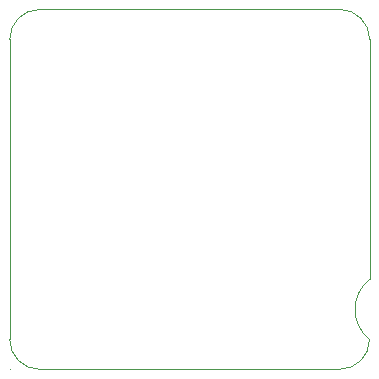
<source format=gm1>
%TF.GenerationSoftware,KiCad,Pcbnew,(6.0.1)*%
%TF.CreationDate,2022-03-04T16:45:31-06:00*%
%TF.ProjectId,samara,73616d61-7261-42e6-9b69-6361645f7063,rev?*%
%TF.SameCoordinates,PX7df6181PY82ce53f*%
%TF.FileFunction,Profile,NP*%
%FSLAX46Y46*%
G04 Gerber Fmt 4.6, Leading zero omitted, Abs format (unit mm)*
G04 Created by KiCad (PCBNEW (6.0.1)) date 2022-03-04 16:45:31*
%MOMM*%
%LPD*%
G01*
G04 APERTURE LIST*
%TA.AperFunction,Profile*%
%ADD10C,0.100000*%
%TD*%
G04 APERTURE END LIST*
D10*
X-2540001Y-2540001D02*
X-2540001Y-2540001D01*
X27939999Y25399999D02*
G75*
G03*
X25399999Y27939999I-2540001J-1D01*
G01*
X-1Y27939999D02*
G75*
G03*
X-2540001Y25399999I1J-2540001D01*
G01*
X-1Y27939999D02*
X25399999Y27939999D01*
X25399999Y-2540001D02*
X-1Y-2540001D01*
X25399999Y-2540001D02*
G75*
G03*
X27939999Y-1I-1J2540001D01*
G01*
X-2540001Y-1D02*
X-2540001Y25399999D01*
X-2540001Y-1D02*
G75*
G03*
X-1Y-2540001I2540001J1D01*
G01*
X27939999Y5079999D02*
G75*
G03*
X27939999Y-1I1985142J-2540000D01*
G01*
X27939999Y5079999D02*
X27939999Y25399999D01*
M02*

</source>
